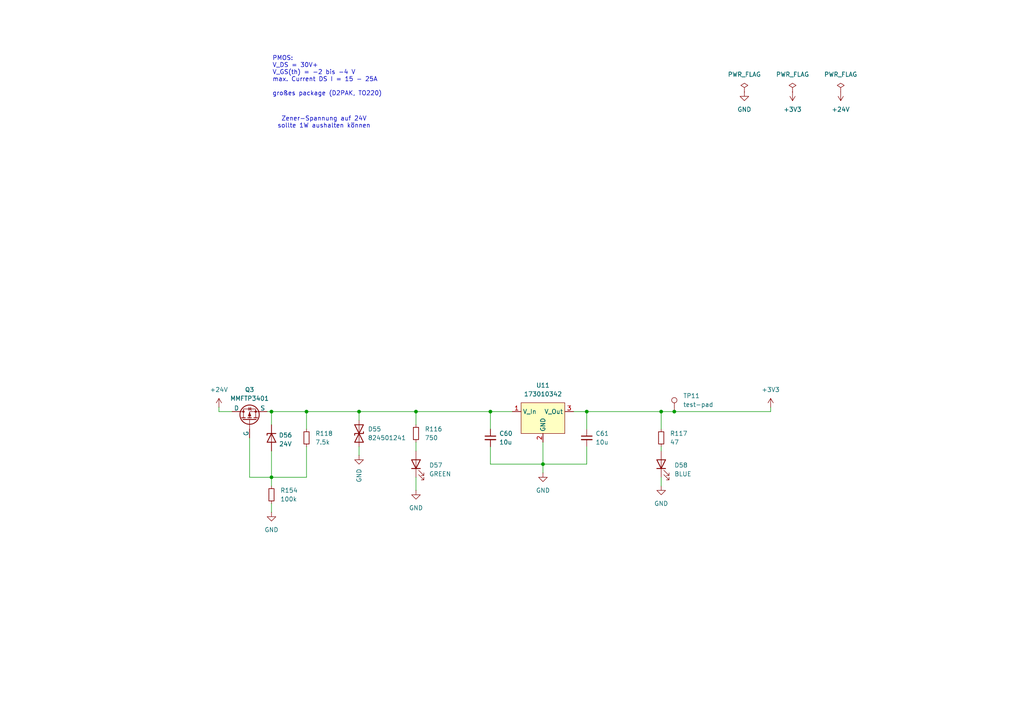
<source format=kicad_sch>
(kicad_sch (version 20231120) (generator "eeschema") (generator_version "8.0")
  (paper "A4")
  (title_block (title "PDU FT25") (date "2024-11-23") (rev "V1.1") (company "Janek Herm") (comment 1 "FaSTTUBe Electronics"))
  (lib_symbols
    (symbol "Connector:TestPoint" (pin_numbers hide) (pin_names (offset 0.762) hide)
      (property "Reference" "TP" (at 0 6.858 0))
      (property "Value" "TestPoint" (at 0 5.08 0))
      (symbol "TestPoint_0_1"
        (circle (center 0 3.302) (radius 0.762))
      )
      (symbol "TestPoint_1_1"
        (pin passive line (at 0 0 90) (length 2.54) (name "1") (number "1"))
      )
    )
    (symbol "Device:C_Small" (pin_numbers hide) (pin_names (offset 0.254) hide)
      (property "Reference" "C" (at 0.254 1.778 0))
      (property "Value" "C_Small" (at 0.254 -2.032 0))
      (symbol "C_Small_0_1"
        (polyline (pts (xy -1.524 -0.508) (xy 1.524 -0.508)) (stroke (width 0.3302)))
        (polyline (pts (xy -1.524 0.508) (xy 1.524 0.508)) (stroke (width 0.3048)))
      )
      (symbol "C_Small_1_1"
        (pin passive line (at 0 2.54 270) (length 2.032) (name "~") (number "1"))
        (pin passive line (at 0 -2.54 90) (length 2.032) (name "~") (number "2"))
      )
    )
    (symbol "Device:D_TVS" (pin_numbers hide) (pin_names (offset 1.016) hide)
      (property "Reference" "D" (at 0 2.54 0))
      (property "Value" "D_TVS" (at 0 -2.54 0))
      (symbol "D_TVS_0_1"
        (polyline (pts (xy 1.27 0) (xy -1.27 0)))
        (polyline (pts (xy 0.508 1.27) (xy 0 1.27) (xy 0 -1.27) (xy -0.508 -1.27)) (stroke (width 0.254)))
        (polyline (pts (xy -2.54 1.27) (xy -2.54 -1.27) (xy 2.54 1.27) (xy 2.54 -1.27) (xy -2.54 1.27)) (stroke (width 0.254)))
      )
      (symbol "D_TVS_1_1"
        (pin passive line (at -3.81 0 0) (length 2.54) (name "A1") (number "1"))
        (pin passive line (at 3.81 0 180) (length 2.54) (name "A2") (number "2"))
      )
    )
    (symbol "Device:D_Zener" (pin_numbers hide) (pin_names (offset 1.016) hide)
      (property "Reference" "D" (at 0 2.54 0))
      (property "Value" "D_Zener" (at 0 -2.54 0))
      (symbol "D_Zener_0_1"
        (polyline (pts (xy 1.27 0) (xy -1.27 0)))
        (polyline (pts (xy -1.27 -1.27) (xy -1.27 1.27) (xy -0.762 1.27)) (stroke (width 0.254)))
        (polyline (pts (xy 1.27 -1.27) (xy 1.27 1.27) (xy -1.27 0) (xy 1.27 -1.27)) (stroke (width 0.254)))
      )
      (symbol "D_Zener_1_1"
        (pin passive line (at -3.81 0 0) (length 2.54) (name "K") (number "1"))
        (pin passive line (at 3.81 0 180) (length 2.54) (name "A") (number "2"))
      )
    )
    (symbol "Device:LED" (pin_numbers hide) (pin_names (offset 1.016) hide)
      (property "Reference" "D" (at 0 2.54 0))
      (property "Value" "LED" (at 0 -2.54 0))
      (symbol "LED_0_1"
        (polyline (pts (xy -1.27 -1.27) (xy -1.27 1.27)) (stroke (width 0.254)))
        (polyline (pts (xy -1.27 0) (xy 1.27 0)))
        (polyline (pts (xy 1.27 -1.27) (xy 1.27 1.27) (xy -1.27 0) (xy 1.27 -1.27)) (stroke (width 0.254)))
        (polyline (pts (xy -3.048 -0.762) (xy -4.572 -2.286) (xy -3.81 -2.286) (xy -4.572 -2.286) (xy -4.572 -1.524)))
        (polyline (pts (xy -1.778 -0.762) (xy -3.302 -2.286) (xy -2.54 -2.286) (xy -3.302 -2.286) (xy -3.302 -1.524)))
      )
      (symbol "LED_1_1"
        (pin passive line (at -3.81 0 0) (length 2.54) (name "K") (number "1"))
        (pin passive line (at 3.81 0 180) (length 2.54) (name "A") (number "2"))
      )
    )
    (symbol "Device:R_Small" (pin_numbers hide) (pin_names (offset 0.254) hide)
      (property "Reference" "R" (at 0.762 0.508 0))
      (property "Value" "R_Small" (at 0.762 -1.016 0))
      (symbol "R_Small_0_1"
        (rectangle (start -0.762 1.778) (end 0.762 -1.778) (stroke (width 0.2032)))
      )
      (symbol "R_Small_1_1"
        (pin passive line (at 0 2.54 270) (length 0.762) (name "~") (number "1"))
        (pin passive line (at 0 -2.54 90) (length 0.762) (name "~") (number "2"))
      )
    )
    (symbol "FaSTTUBe_Voltage_Regulators:MagI3C-WPME-FDSM"
      (property "Reference" "U" (at 0 6.858 0))
      (property "Value" "WPME-FDSM" (at -0.254 4.826 0))
      (symbol "MagI3C-WPME-FDSM_1_1"
        (rectangle (start -6.35 3.81) (end 6.35 -5.08) (fill (type background)))
        (pin input line (at -8.89 1.27 0) (length 2.54) (name "V_In") (number "1"))
        (pin power_in line (at 0 -7.62 90) (length 2.54) (name "GND") (number "2"))
        (pin passive line (at 8.89 1.27 180) (length 2.54) (name "V_Out") (number "3"))
      )
    )
    (symbol "Simulation_SPICE:PMOS" (pin_numbers hide) (pin_names (offset 0))
      (property "Reference" "Q" (at 5.08 1.27 0))
      (property "Value" "PMOS" (at 5.08 -1.27 0))
      (symbol "PMOS_0_1"
        (polyline (pts (xy 0.254 0) (xy -2.54 0)))
        (polyline (pts (xy 0.254 1.905) (xy 0.254 -1.905)) (stroke (width 0.254)))
        (polyline (pts (xy 0.762 -1.27) (xy 0.762 -2.286)) (stroke (width 0.254)))
        (polyline (pts (xy 0.762 0.508) (xy 0.762 -0.508)) (stroke (width 0.254)))
        (polyline (pts (xy 0.762 2.286) (xy 0.762 1.27)) (stroke (width 0.254)))
        (polyline (pts (xy 2.54 2.54) (xy 2.54 1.778)))
        (polyline (pts (xy 2.54 -2.54) (xy 2.54 0) (xy 0.762 0)))
        (polyline (pts (xy 0.762 1.778) (xy 3.302 1.778) (xy 3.302 -1.778) (xy 0.762 -1.778)))
        (polyline (pts (xy 2.286 0) (xy 1.27 0.381) (xy 1.27 -0.381) (xy 2.286 0)) (fill (type outline)))
        (polyline (pts (xy 2.794 -0.508) (xy 2.921 -0.381) (xy 3.683 -0.381) (xy 3.81 -0.254)))
        (polyline (pts (xy 3.302 -0.381) (xy 2.921 0.254) (xy 3.683 0.254) (xy 3.302 -0.381)))
        (circle (center 1.651 0) (radius 2.794) (stroke (width 0.254)))
        (circle (center 2.54 -1.778) (radius 0.254) (fill (type outline)))
        (circle (center 2.54 1.778) (radius 0.254) (fill (type outline)))
      )
      (symbol "PMOS_1_1"
        (pin passive line (at 2.54 5.08 270) (length 2.54) (name "D") (number "1"))
        (pin input line (at -5.08 0 0) (length 2.54) (name "G") (number "2"))
        (pin passive line (at 2.54 -5.08 90) (length 2.54) (name "S") (number "3"))
      )
    )
    (symbol "power:+24V" (power) (pin_numbers hide) (pin_names (offset 0) hide)
      (property "Value" "+24V" (at 0 3.556 0))
      (symbol "+24V_0_1"
        (polyline (pts (xy -0.762 1.27) (xy 0 2.54)))
        (polyline (pts (xy 0 0) (xy 0 2.54)))
        (polyline (pts (xy 0 2.54) (xy 0.762 1.27)))
      )
      (symbol "+24V_1_1"
        (pin power_in line (at 0 0 90) (length 0) (name "~") (number "1"))
      )
    )
    (symbol "power:+3.3V" (power) (pin_numbers hide) (pin_names (offset 0) hide)
      (property "Value" "+3.3V" (at 0 3.556 0))
      (symbol "+3.3V_0_1"
        (polyline (pts (xy -0.762 1.27) (xy 0 2.54)))
        (polyline (pts (xy 0 0) (xy 0 2.54)))
        (polyline (pts (xy 0 2.54) (xy 0.762 1.27)))
      )
      (symbol "+3.3V_1_1"
        (pin power_in line (at 0 0 90) (length 0) (name "~") (number "1"))
      )
    )
    (symbol "power:GND" (power) (pin_numbers hide) (pin_names (offset 0) hide)
      (property "Value" "GND" (at 0 -3.81 0))
      (symbol "GND_0_1"
        (polyline (pts (xy 0 0) (xy 0 -1.27) (xy 1.27 -1.27) (xy 0 -2.54) (xy -1.27 -1.27) (xy 0 -1.27)))
      )
      (symbol "GND_1_1"
        (pin power_in line (at 0 0 270) (length 0) (name "~") (number "1"))
      )
    )
    (symbol "power:PWR_FLAG" (power) (pin_numbers hide) (pin_names (offset 0) hide)
      (property "Value" "PWR_FLAG" (at 0 3.81 0))
      (symbol "PWR_FLAG_0_0"
        (pin power_out line (at 0 0 90) (length 0) (name "~") (number "1"))
      )
      (symbol "PWR_FLAG_0_1"
        (polyline (pts (xy 0 0) (xy 0 1.27) (xy -1.016 1.905) (xy 0 2.54) (xy 1.016 1.905) (xy 0 1.27)))
      )
    )
  )
  (junction (at 78.74 138.43))
  (junction (at 157.48 134.62))
  (junction (at 142.24 119.38))
  (junction (at 195.58 119.38))
  (junction (at 120.65 119.38))
  (junction (at 191.77 119.38))
  (junction (at 88.9 119.38))
  (junction (at 78.74 119.38))
  (junction (at 104.14 119.38))
  (junction (at 170.18 119.38))
  (wire (pts (xy 78.74 130.81) (xy 78.74 138.43)))
  (wire (pts (xy 142.24 134.62) (xy 157.48 134.62)))
  (wire (pts (xy 157.48 134.62) (xy 157.48 137.16)))
  (wire (pts (xy 142.24 119.38) (xy 148.59 119.38)))
  (wire (pts (xy 104.14 119.38) (xy 120.65 119.38)))
  (wire (pts (xy 142.24 119.38) (xy 142.24 124.46)))
  (wire (pts (xy 170.18 119.38) (xy 191.77 119.38)))
  (wire (pts (xy 157.48 128.27) (xy 157.48 134.62)))
  (wire (pts (xy 120.65 119.38) (xy 142.24 119.38)))
  (wire (pts (xy 78.74 146.05) (xy 78.74 148.59)))
  (wire (pts (xy 104.14 119.38) (xy 104.14 121.92)))
  (wire (pts (xy 166.37 119.38) (xy 170.18 119.38)))
  (wire (pts (xy 63.5 119.38) (xy 67.31 119.38)))
  (wire (pts (xy 191.77 129.54) (xy 191.77 130.81)))
  (wire (pts (xy 170.18 119.38) (xy 170.18 124.46)))
  (wire (pts (xy 78.74 138.43) (xy 78.74 140.97)))
  (wire (pts (xy 120.65 138.43) (xy 120.65 142.24)))
  (wire (pts (xy 191.77 138.43) (xy 191.77 140.97)))
  (wire (pts (xy 72.39 127) (xy 72.39 138.43)))
  (wire (pts (xy 170.18 129.54) (xy 170.18 134.62)))
  (wire (pts (xy 88.9 138.43) (xy 78.74 138.43)))
  (wire (pts (xy 88.9 119.38) (xy 104.14 119.38)))
  (wire (pts (xy 223.52 119.38) (xy 223.52 118.11)))
  (wire (pts (xy 120.65 128.27) (xy 120.65 130.81)))
  (wire (pts (xy 195.58 119.38) (xy 223.52 119.38)))
  (wire (pts (xy 63.5 119.38) (xy 63.5 118.11)))
  (wire (pts (xy 157.48 134.62) (xy 170.18 134.62)))
  (wire (pts (xy 104.14 132.08) (xy 104.14 129.54)))
  (wire (pts (xy 191.77 119.38) (xy 195.58 119.38)))
  (wire (pts (xy 78.74 119.38) (xy 78.74 123.19)))
  (wire (pts (xy 120.65 119.38) (xy 120.65 123.19)))
  (wire (pts (xy 191.77 119.38) (xy 191.77 124.46)))
  (wire (pts (xy 77.47 119.38) (xy 78.74 119.38)))
  (wire (pts (xy 88.9 119.38) (xy 88.9 124.46)))
  (wire (pts (xy 78.74 119.38) (xy 88.9 119.38)))
  (wire (pts (xy 88.9 129.54) (xy 88.9 138.43)))
  (wire (pts (xy 142.24 129.54) (xy 142.24 134.62)))
  (wire (pts (xy 72.39 138.43) (xy 78.74 138.43)))
  (text "Zener-Spannung auf 24V\nsollte 1W aushalten können" (at 93.98 35.56 0) (effects (font (size 1.27 1.27))))
  (text "PMOS:\nV_DS = 30V+\nV_GS(th) = -2 bis -4 V\nmax. Current DS I = 15 - 25A\n\ngroßes package (D2PAK, TO220)" (at 78.994 22.098 0) (effects (font (size 1.27 1.27)) (justify left)))
  (symbol (lib_id "power:PWR_FLAG") (at 243.84 26.67 0) (unit 1)
    (property "Reference" "#FLG03" (effects (hide yes)))
    (property "Value" "PWR_FLAG" (at 243.84 21.59 0))
    (property "Description" "Special symbol for telling ERC where power comes from" (effects (hide yes)))
  )
  (symbol (lib_id "power:+3.3V") (at 223.52 118.11 0) (unit 1)
    (property "Reference" "#PWR0172" (effects (hide yes)))
    (property "Value" "+3V3" (at 223.52 113.03 0))
    (property "Description" "Power symbol creates a global label with name \"+3.3V\"" (effects (hide yes)))
  )
  (symbol (lib_id "Device:LED") (at 120.65 134.62 90) (unit 1)
    (property "Reference" "D57" (at 124.46 134.9374 90) (effects (justify right)))
    (property "Value" "GREEN" (at 124.46 137.4774 90) (effects (justify right)))
    (property "Footprint" "LED_SMD:LED_0603_1608Metric" (effects (hide yes)))
    (property "Datasheet" "https://www.we-online.com/components/products/datasheet/150060VS75000.pdf" (effects (hide yes)))
    (property "Description" "Light emitting diode" (effects (hide yes)))
    (property "MPR" "150060VS75000" (effects (hide yes)))
  )
  (symbol (lib_id "power:PWR_FLAG") (at 215.9 26.67 0) (unit 1)
    (property "Reference" "#FLG01" (effects (hide yes)))
    (property "Value" "PWR_FLAG" (at 215.9 21.59 0))
    (property "Description" "Special symbol for telling ERC where power comes from" (effects (hide yes)))
  )
  (symbol (lib_id "power:GND") (at 78.74 148.59 0) (unit 1)
    (property "Reference" "#PWR0177" (effects (hide yes)))
    (property "Value" "GND" (at 78.74 153.67 0))
    (property "Description" "Power symbol creates a global label with name \"GND\" , ground" (effects (hide yes)))
  )
  (symbol (lib_id "Device:R_Small") (at 88.9 127 0) (unit 1)
    (property "Reference" "R118" (at 91.44 125.7299 0) (effects (justify left)))
    (property "Value" "7.5k" (at 91.44 128.2699 0) (effects (justify left)))
    (property "Footprint" "Resistor_SMD:R_0603_1608Metric" (effects (hide yes)))
    (property "Description" "Resistor, small symbol" (effects (hide yes)))
  )
  (symbol (lib_id "Device:C_Small") (at 142.24 127 0) (unit 1)
    (property "Reference" "C60" (at 144.78 125.7362 0) (effects (justify left)))
    (property "Value" "10u" (at 144.78 128.2762 0) (effects (justify left)))
    (property "Footprint" "Capacitor_SMD:C_1206_3216Metric" (effects (hide yes)))
    (property "Description" "50V, X5R" (effects (hide yes)))
  )
  (symbol (lib_id "power:+3.3V") (at 229.87 26.67 180) (unit 1)
    (property "Reference" "#PWR0169" (effects (hide yes)))
    (property "Value" "+3V3" (at 229.87 31.75 0))
    (property "Description" "Power symbol creates a global label with name \"+3.3V\"" (effects (hide yes)))
  )
  (symbol (lib_id "power:GND") (at 215.9 26.67 0) (unit 1)
    (property "Reference" "#PWR0168" (effects (hide yes)))
    (property "Value" "GND" (at 215.9 31.75 0))
    (property "Description" "Power symbol creates a global label with name \"GND\" , ground" (effects (hide yes)))
  )
  (symbol (lib_id "power:PWR_FLAG") (at 229.87 26.67 0) (unit 1)
    (property "Reference" "#FLG02" (effects (hide yes)))
    (property "Value" "PWR_FLAG" (at 229.87 21.59 0))
    (property "Description" "Special symbol for telling ERC where power comes from" (effects (hide yes)))
  )
  (symbol (lib_id "power:GND") (at 120.65 142.24 0) (unit 1)
    (property "Reference" "#PWR0176" (effects (hide yes)))
    (property "Value" "GND" (at 120.65 147.32 0))
    (property "Description" "Power symbol creates a global label with name \"GND\" , ground" (effects (hide yes)))
  )
  (symbol (lib_id "Simulation_SPICE:PMOS") (at 72.39 121.92 90) (unit 1)
    (property "Reference" "Q3" (at 72.39 113.03 90))
    (property "Value" "MMFTP3401" (at 72.39 115.57 90))
    (property "Footprint" "Package_TO_SOT_SMD:SOT-23" (effects (hide yes)))
    (property "Datasheet" "https://diotec.com/request/datasheet/mmftp3401.pdf" (effects (hide yes)))
    (property "Description" "P-MOSFET transistor, drain/source/gate" (effects (hide yes)))
    (property "Sim.Device" "PMOS" (effects (hide yes)))
    (property "Sim.Type" "VDMOS" (effects (hide yes)))
    (property "Sim.Pins" "1=D 2=G 3=S" (effects (hide yes)))
  )
  (symbol (lib_id "Device:D_TVS") (at 104.14 125.73 90) (mirror x) (unit 1)
    (property "Reference" "D55" (at 106.68 124.4599 90) (effects (justify right)))
    (property "Value" "824501241" (at 106.68 126.9999 90) (effects (justify right)))
    (property "Footprint" "824501241:DIOM5127X250N" (effects (hide yes)))
    (property "Datasheet" "https://www.we-online.com/components/products/datasheet/824501241.pdf" (effects (hide yes)))
    (property "Description" "Bidirectional transient-voltage-suppression diode" (effects (hide yes)))
  )
  (symbol (lib_id "Device:LED") (at 191.77 134.62 90) (unit 1)
    (property "Reference" "D58" (at 195.58 134.9374 90) (effects (justify right)))
    (property "Value" "BLUE" (at 195.58 137.4774 90) (effects (justify right)))
    (property "Footprint" "LED_SMD:LED_0603_1608Metric" (effects (hide yes)))
    (property "Datasheet" "https://www.we-online.com/components/products/datasheet/150060BS75000.pdf" (effects (hide yes)))
    (property "Description" "Light emitting diode" (effects (hide yes)))
    (property "MPR" "150060BS75000" (effects (hide yes)))
  )
  (symbol (lib_id "Connector:TestPoint") (at 195.58 119.38 0) (unit 1)
    (property "Reference" "TP11" (at 198.12 114.8079 0) (effects (justify left)))
    (property "Value" "test-pad" (at 198.12 117.3479 0) (effects (justify left)))
    (property "Footprint" "5025:5025" (effects (hide yes)))
    (property "Description" "test point" (effects (hide yes)))
  )
  (symbol (lib_id "power:+24V") (at 243.84 26.67 180) (unit 1)
    (property "Reference" "#PWR0170" (effects (hide yes)))
    (property "Value" "+24V" (at 243.84 31.75 0))
    (property "Description" "Power symbol creates a global label with name \"+24V\"" (effects (hide yes)))
  )
  (symbol (lib_id "power:+24V") (at 63.5 118.11 0) (unit 1)
    (property "Reference" "#PWR0171" (effects (hide yes)))
    (property "Value" "+24V" (at 63.5 113.03 0))
    (property "Description" "Power symbol creates a global label with name \"+24V\"" (effects (hide yes)))
  )
  (symbol (lib_id "Device:R_Small") (at 78.74 143.51 0) (unit 1)
    (property "Reference" "R154" (at 81.28 142.2399 0) (effects (justify left)))
    (property "Value" "100k" (at 81.28 144.7799 0) (effects (justify left)))
    (property "Footprint" "Resistor_SMD:R_0603_1608Metric" (effects (hide yes)))
    (property "Description" "Resistor, small symbol" (effects (hide yes)))
  )
  (symbol (lib_id "FaSTTUBe_Voltage_Regulators:MagI3C-WPME-FDSM") (at 157.48 120.65 0) (unit 1)
    (property "Reference" "U11" (at 157.48 111.76 0))
    (property "Value" "173010342" (at 157.48 114.3 0))
    (property "Footprint" "173010342:173010342" (effects (hide yes)))
    (property "Datasheet" "https://www.we-online.com/components/products/datasheet/173010342.pdf" (effects (hide yes)))
  )
  (symbol (lib_id "Device:R_Small") (at 120.65 125.73 0) (unit 1)
    (property "Reference" "R116" (at 123.19 124.4599 0) (effects (justify left)))
    (property "Value" "750" (at 123.19 126.9999 0) (effects (justify left)))
    (property "Footprint" "Resistor_SMD:R_0603_1608Metric" (effects (hide yes)))
    (property "Description" "Resistor, small symbol" (effects (hide yes)))
  )
  (symbol (lib_id "power:GND") (at 104.14 132.08 0) (mirror y) (unit 1)
    (property "Reference" "#PWR0173" (effects (hide yes)))
    (property "Value" "GND" (at 104.1401 135.89 90) (effects (justify right)))
    (property "Description" "Power symbol creates a global label with name \"GND\" , ground" (effects (hide yes)))
  )
  (symbol (lib_id "Device:C_Small") (at 170.18 127 0) (unit 1)
    (property "Reference" "C61" (at 172.72 125.7362 0) (effects (justify left)))
    (property "Value" "10u" (at 172.72 128.2762 0) (effects (justify left)))
    (property "Footprint" "Capacitor_SMD:C_1206_3216Metric" (effects (hide yes)))
    (property "Description" "50V, X5R" (effects (hide yes)))
  )
  (symbol (lib_id "Device:R_Small") (at 191.77 127 0) (unit 1)
    (property "Reference" "R117" (at 194.31 125.7299 0) (effects (justify left)))
    (property "Value" "47" (at 194.31 128.2699 0) (effects (justify left)))
    (property "Footprint" "Resistor_SMD:R_0603_1608Metric" (effects (hide yes)))
    (property "Description" "Resistor, small symbol" (effects (hide yes)))
  )
  (symbol (lib_id "Device:D_Zener") (at 78.74 127 90) (mirror x) (unit 1)
    (property "Reference" "D56" (at 82.804 126.238 90))
    (property "Value" "24V" (at 82.804 128.778 90))
    (property "Footprint" "3SMAJ5934B-TP:DIOM5226X244N" (effects (hide yes)))
    (property "Datasheet" "https://www.mouser.de/datasheet/2/258/3SMAJ5918B_3SMAJ5956B_SMA_-3423242.pdf" (effects (hide yes)))
    (property "Description" "Zener diode" (effects (hide yes)))
    (property "MPR" "3SMAJ5934B-TP" (effects (hide yes)))
  )
  (symbol (lib_id "power:GND") (at 191.77 140.97 0) (unit 1)
    (property "Reference" "#PWR0175" (effects (hide yes)))
    (property "Value" "GND" (at 191.77 146.05 0))
    (property "Description" "Power symbol creates a global label with name \"GND\" , ground" (effects (hide yes)))
  )
  (symbol (lib_id "power:GND") (at 157.48 137.16 0) (unit 1)
    (property "Reference" "#PWR0174" (effects (hide yes)))
    (property "Value" "GND" (at 157.48 142.24 0))
    (property "Description" "Power symbol creates a global label with name \"GND\" , ground" (effects (hide yes)))
  )
)
</source>
